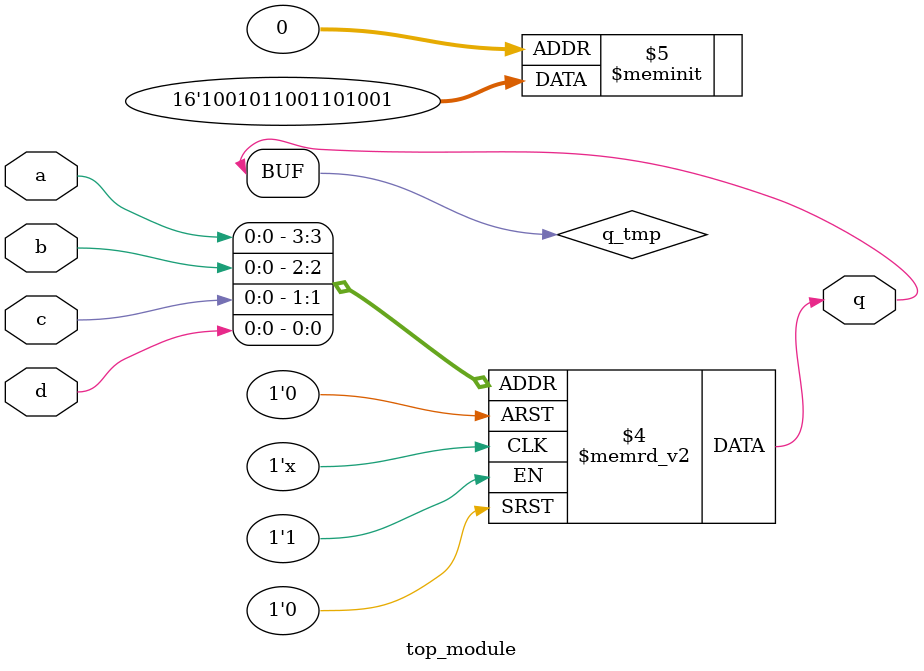
<source format=v>

module top_module (
    input a,
    input b,
    input c,
    input d,
    output q );//
    
    reg q_tmp;

    assign q = q_tmp;

    always @(*) begin
        case ({a,b,c,d})
            4'b0000: q_tmp = 1;
            4'b0001: q_tmp = 0;
            4'b0010: q_tmp = 0;
            4'b0011: q_tmp = 1;
            4'b0100: q_tmp = 0;
            4'b0101: q_tmp = 1;
            4'b0110: q_tmp = 1;
            4'b0111: q_tmp = 0;
            4'b1000: q_tmp = 0;
            4'b1001: q_tmp = 1;
            4'b1010: q_tmp = 1;
            4'b1011: q_tmp = 0;
            4'b1100: q_tmp = 1;
            4'b1101: q_tmp = 0;
            4'b1110: q_tmp = 0;
            4'b1111: q_tmp = 1;
            default: q_tmp = 0;
        endcase
    end

endmodule

</source>
